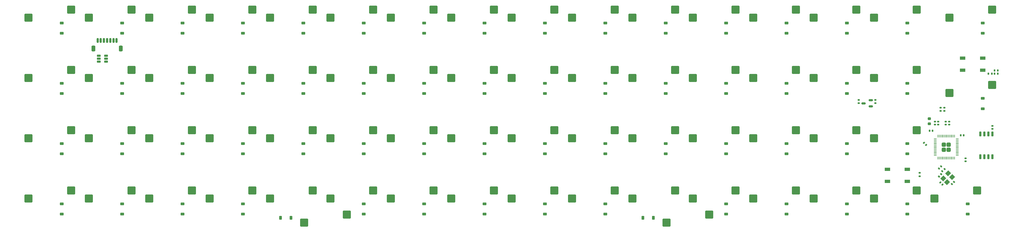
<source format=gbp>
G04 #@! TF.GenerationSoftware,KiCad,Pcbnew,8.0.2-1.fc39*
G04 #@! TF.CreationDate,2024-05-29T21:02:28-04:00*
G04 #@! TF.ProjectId,KeychronQ9OrthoIntegrated,4b657963-6872-46f6-9e51-394f7274686f,rev?*
G04 #@! TF.SameCoordinates,Original*
G04 #@! TF.FileFunction,Paste,Bot*
G04 #@! TF.FilePolarity,Positive*
%FSLAX46Y46*%
G04 Gerber Fmt 4.6, Leading zero omitted, Abs format (unit mm)*
G04 Created by KiCad (PCBNEW 8.0.2-1.fc39) date 2024-05-29 21:02:28*
%MOMM*%
%LPD*%
G01*
G04 APERTURE LIST*
G04 Aperture macros list*
%AMRoundRect*
0 Rectangle with rounded corners*
0 $1 Rounding radius*
0 $2 $3 $4 $5 $6 $7 $8 $9 X,Y pos of 4 corners*
0 Add a 4 corners polygon primitive as box body*
4,1,4,$2,$3,$4,$5,$6,$7,$8,$9,$2,$3,0*
0 Add four circle primitives for the rounded corners*
1,1,$1+$1,$2,$3*
1,1,$1+$1,$4,$5*
1,1,$1+$1,$6,$7*
1,1,$1+$1,$8,$9*
0 Add four rect primitives between the rounded corners*
20,1,$1+$1,$2,$3,$4,$5,0*
20,1,$1+$1,$4,$5,$6,$7,0*
20,1,$1+$1,$6,$7,$8,$9,0*
20,1,$1+$1,$8,$9,$2,$3,0*%
%AMRotRect*
0 Rectangle, with rotation*
0 The origin of the aperture is its center*
0 $1 length*
0 $2 width*
0 $3 Rotation angle, in degrees counterclockwise*
0 Add horizontal line*
21,1,$1,$2,0,0,$3*%
G04 Aperture macros list end*
%ADD10RoundRect,0.140000X0.170000X-0.140000X0.170000X0.140000X-0.170000X0.140000X-0.170000X-0.140000X0*%
%ADD11RoundRect,0.250000X1.025000X1.000000X-1.025000X1.000000X-1.025000X-1.000000X1.025000X-1.000000X0*%
%ADD12RoundRect,0.225000X0.375000X-0.225000X0.375000X0.225000X-0.375000X0.225000X-0.375000X-0.225000X0*%
%ADD13RoundRect,0.150000X0.475000X0.150000X-0.475000X0.150000X-0.475000X-0.150000X0.475000X-0.150000X0*%
%ADD14RoundRect,0.225000X-0.225000X-0.375000X0.225000X-0.375000X0.225000X0.375000X-0.225000X0.375000X0*%
%ADD15RoundRect,0.135000X-0.135000X-0.185000X0.135000X-0.185000X0.135000X0.185000X-0.135000X0.185000X0*%
%ADD16RoundRect,0.135000X-0.185000X0.135000X-0.185000X-0.135000X0.185000X-0.135000X0.185000X0.135000X0*%
%ADD17RoundRect,0.140000X0.021213X-0.219203X0.219203X-0.021213X-0.021213X0.219203X-0.219203X0.021213X0*%
%ADD18RoundRect,0.140000X-0.140000X-0.170000X0.140000X-0.170000X0.140000X0.170000X-0.140000X0.170000X0*%
%ADD19RoundRect,0.140000X-0.170000X0.140000X-0.170000X-0.140000X0.170000X-0.140000X0.170000X0.140000X0*%
%ADD20R,1.700000X1.000000*%
%ADD21RoundRect,0.249999X0.395001X0.395001X-0.395001X0.395001X-0.395001X-0.395001X0.395001X-0.395001X0*%
%ADD22RoundRect,0.050000X0.387500X0.050000X-0.387500X0.050000X-0.387500X-0.050000X0.387500X-0.050000X0*%
%ADD23RoundRect,0.050000X0.050000X0.387500X-0.050000X0.387500X-0.050000X-0.387500X0.050000X-0.387500X0*%
%ADD24RoundRect,0.150000X0.512500X0.150000X-0.512500X0.150000X-0.512500X-0.150000X0.512500X-0.150000X0*%
%ADD25RoundRect,0.150000X-0.150000X-0.625000X0.150000X-0.625000X0.150000X0.625000X-0.150000X0.625000X0*%
%ADD26RoundRect,0.250000X-0.350000X-0.650000X0.350000X-0.650000X0.350000X0.650000X-0.350000X0.650000X0*%
%ADD27RoundRect,0.140000X-0.021213X0.219203X-0.219203X0.021213X0.021213X-0.219203X0.219203X-0.021213X0*%
%ADD28RoundRect,0.250000X-1.025000X-1.000000X1.025000X-1.000000X1.025000X1.000000X-1.025000X1.000000X0*%
%ADD29RoundRect,0.225000X-0.250000X0.225000X-0.250000X-0.225000X0.250000X-0.225000X0.250000X0.225000X0*%
%ADD30RotRect,1.400000X1.200000X45.000000*%
%ADD31RoundRect,0.150000X0.150000X-0.650000X0.150000X0.650000X-0.150000X0.650000X-0.150000X-0.650000X0*%
%ADD32RoundRect,0.140000X0.219203X0.021213X0.021213X0.219203X-0.219203X-0.021213X-0.021213X-0.219203X0*%
%ADD33RoundRect,0.140000X0.140000X0.170000X-0.140000X0.170000X-0.140000X-0.170000X0.140000X-0.170000X0*%
%ADD34RoundRect,0.135000X0.035355X-0.226274X0.226274X-0.035355X-0.035355X0.226274X-0.226274X0.035355X0*%
G04 APERTURE END LIST*
D10*
G04 #@! TO.C,C2*
X285154448Y-49884600D03*
X285154448Y-48924600D03*
G04 #@! TD*
D11*
G04 #@! TO.C,MX54*
X113290000Y-80010000D03*
X126740000Y-77470000D03*
G04 #@! TD*
G04 #@! TO.C,MX9*
X170440000Y-22860000D03*
X183890000Y-20320000D03*
G04 #@! TD*
D12*
G04 #@! TO.C,D6*
X123825000Y-27843750D03*
X123825000Y-24543750D03*
G04 #@! TD*
G04 #@! TO.C,D56*
X161925000Y-84993750D03*
X161925000Y-81693750D03*
G04 #@! TD*
D11*
G04 #@! TO.C,MX37*
X94240000Y-60960000D03*
X107690000Y-58420000D03*
G04 #@! TD*
D13*
G04 #@! TO.C,U2*
X42549184Y-34917548D03*
X42549183Y-35867548D03*
X42549184Y-36817548D03*
X40199184Y-36817548D03*
X40199185Y-35867548D03*
X40199184Y-34917548D03*
G04 #@! TD*
D12*
G04 #@! TO.C,D43*
X219075000Y-65943750D03*
X219075000Y-62643750D03*
G04 #@! TD*
D11*
G04 #@! TO.C,MX20*
X75190000Y-41910000D03*
X88640000Y-39370000D03*
G04 #@! TD*
D12*
G04 #@! TO.C,D1*
X28575000Y-27843750D03*
X28575000Y-24543750D03*
G04 #@! TD*
G04 #@! TO.C,D3*
X66675000Y-27843750D03*
X66675000Y-24543750D03*
G04 #@! TD*
G04 #@! TO.C,D17*
X28575000Y-46893750D03*
X28575000Y-43593750D03*
G04 #@! TD*
G04 #@! TO.C,D11*
X219075000Y-27843750D03*
X219075000Y-24543750D03*
G04 #@! TD*
G04 #@! TO.C,D45*
X257175000Y-65943750D03*
X257175000Y-62643750D03*
G04 #@! TD*
D11*
G04 #@! TO.C,MX49*
X37090000Y-80010000D03*
X50540000Y-77470000D03*
G04 #@! TD*
D12*
G04 #@! TO.C,D64*
X295275000Y-84993750D03*
X295275000Y-81693750D03*
G04 #@! TD*
D11*
G04 #@! TO.C,MX36*
X75190000Y-60960000D03*
X88640000Y-58420000D03*
G04 #@! TD*
D12*
G04 #@! TO.C,D65*
X314325000Y-84993750D03*
X314325000Y-81693750D03*
G04 #@! TD*
D10*
G04 #@! TO.C,C1*
X279945468Y-49884600D03*
X279945468Y-48924600D03*
G04 #@! TD*
D11*
G04 #@! TO.C,MX16*
X308552500Y-22860000D03*
X322002500Y-20320000D03*
G04 #@! TD*
D12*
G04 #@! TO.C,D27*
X219075000Y-46893750D03*
X219075000Y-43593750D03*
G04 #@! TD*
D14*
G04 #@! TO.C,D59*
X211868750Y-86121875D03*
X215168750Y-86121875D03*
G04 #@! TD*
D11*
G04 #@! TO.C,MX5*
X94240000Y-22860000D03*
X107690000Y-20320000D03*
G04 #@! TD*
D15*
G04 #@! TO.C,R4*
X322800277Y-40574184D03*
X323820275Y-40574184D03*
G04 #@! TD*
D11*
G04 #@! TO.C,MX35*
X56140000Y-60960000D03*
X69590000Y-58420000D03*
G04 #@! TD*
D12*
G04 #@! TO.C,D44*
X238125000Y-65943750D03*
X238125000Y-62643750D03*
G04 #@! TD*
G04 #@! TO.C,D51*
X85725000Y-84993750D03*
X85725000Y-81693750D03*
G04 #@! TD*
G04 #@! TO.C,D22*
X123825000Y-46893750D03*
X123825000Y-43593750D03*
G04 #@! TD*
D11*
G04 #@! TO.C,MX59*
X208540000Y-80010000D03*
X221990000Y-77470000D03*
G04 #@! TD*
G04 #@! TO.C,MX30*
X265690000Y-41910000D03*
X279140000Y-39370000D03*
G04 #@! TD*
G04 #@! TO.C,MX44*
X227590000Y-60960000D03*
X241040000Y-58420000D03*
G04 #@! TD*
D16*
G04 #@! TO.C,R8*
X305748572Y-51375113D03*
X305748572Y-52395111D03*
G04 #@! TD*
D12*
G04 #@! TO.C,D13*
X257175000Y-27843750D03*
X257175000Y-24543750D03*
G04 #@! TD*
D11*
G04 #@! TO.C,MX50*
X56140000Y-80010000D03*
X69590000Y-77470000D03*
G04 #@! TD*
D12*
G04 #@! TO.C,D15*
X295275000Y-27843750D03*
X295275000Y-24543750D03*
G04 #@! TD*
D17*
G04 #@! TO.C,C10*
X309278689Y-75453148D03*
X309957511Y-74774326D03*
G04 #@! TD*
D11*
G04 #@! TO.C,MX56*
X151390000Y-80010000D03*
X164840000Y-77470000D03*
G04 #@! TD*
D12*
G04 #@! TO.C,D31*
X295275000Y-46893750D03*
X295275000Y-43593750D03*
G04 #@! TD*
G04 #@! TO.C,D41*
X180975000Y-65943750D03*
X180975000Y-62643750D03*
G04 #@! TD*
D11*
G04 #@! TO.C,MX47*
X284740000Y-60960000D03*
X298190000Y-58420000D03*
G04 #@! TD*
D16*
G04 #@! TO.C,R7*
X306939196Y-51375113D03*
X306939196Y-52395111D03*
G04 #@! TD*
D12*
G04 #@! TO.C,D62*
X257175000Y-84993750D03*
X257175000Y-81693750D03*
G04 #@! TD*
D18*
G04 #@! TO.C,C7*
X312114660Y-60070652D03*
X313074660Y-60070652D03*
G04 #@! TD*
D12*
G04 #@! TO.C,D29*
X257175000Y-46893750D03*
X257175000Y-43593750D03*
G04 #@! TD*
D11*
G04 #@! TO.C,MX42*
X189490000Y-60960000D03*
X202940000Y-58420000D03*
G04 #@! TD*
G04 #@! TO.C,MX1*
X18040000Y-22860000D03*
X31490000Y-20320000D03*
G04 #@! TD*
D12*
G04 #@! TO.C,D19*
X66675000Y-46893750D03*
X66675000Y-43593750D03*
G04 #@! TD*
D11*
G04 #@! TO.C,MX65*
X303790000Y-80010000D03*
X317240000Y-77470000D03*
G04 #@! TD*
G04 #@! TO.C,MX40*
X151390000Y-60960000D03*
X164840000Y-58420000D03*
G04 #@! TD*
D12*
G04 #@! TO.C,D30*
X276225000Y-46893750D03*
X276225000Y-43593750D03*
G04 #@! TD*
D19*
G04 #@! TO.C,C8*
X313636456Y-67329708D03*
X313636456Y-68289708D03*
G04 #@! TD*
D12*
G04 #@! TO.C,D12*
X238125000Y-27843750D03*
X238125000Y-24543750D03*
G04 #@! TD*
D10*
G04 #@! TO.C,C3*
X305004432Y-56681124D03*
X305004432Y-55721124D03*
G04 #@! TD*
D12*
G04 #@! TO.C,D7*
X142875000Y-27843750D03*
X142875000Y-24543750D03*
G04 #@! TD*
D11*
G04 #@! TO.C,MX28*
X227590000Y-41910000D03*
X241040000Y-39370000D03*
G04 #@! TD*
D12*
G04 #@! TO.C,D55*
X142875000Y-84993750D03*
X142875000Y-81693750D03*
G04 #@! TD*
G04 #@! TO.C,D38*
X123825000Y-65943750D03*
X123825000Y-62643750D03*
G04 #@! TD*
D11*
G04 #@! TO.C,MX63*
X265690000Y-80010000D03*
X279140000Y-77470000D03*
G04 #@! TD*
D12*
G04 #@! TO.C,D23*
X142875000Y-46893750D03*
X142875000Y-43593750D03*
G04 #@! TD*
G04 #@! TO.C,D18*
X47625000Y-46893750D03*
X47625000Y-43593750D03*
G04 #@! TD*
D15*
G04 #@! TO.C,R6*
X322800277Y-39532388D03*
X323820275Y-39532388D03*
G04 #@! TD*
D11*
G04 #@! TO.C,MX19*
X56140000Y-41910000D03*
X69590000Y-39370000D03*
G04 #@! TD*
D20*
G04 #@! TO.C,RST1*
X295250000Y-70821032D03*
X288950000Y-70821032D03*
X295250000Y-74621032D03*
X288950000Y-74621032D03*
G04 #@! TD*
D11*
G04 #@! TO.C,MX51*
X75190000Y-80010000D03*
X88640000Y-77470000D03*
G04 #@! TD*
D21*
G04 #@! TO.C,U3*
X308334508Y-64591352D03*
X308334508Y-62991352D03*
X306734508Y-64591352D03*
X306734508Y-62991352D03*
D22*
X310972008Y-61191352D03*
X310972008Y-61591353D03*
X310972008Y-61991352D03*
X310972008Y-62391352D03*
X310972008Y-62791352D03*
X310972008Y-63191351D03*
X310972008Y-63591352D03*
X310972008Y-63991352D03*
X310972008Y-64391353D03*
X310972008Y-64791352D03*
X310972008Y-65191352D03*
X310972008Y-65591352D03*
X310972008Y-65991351D03*
X310972008Y-66391352D03*
D23*
X310134508Y-67228852D03*
X309734507Y-67228852D03*
X309334508Y-67228852D03*
X308934508Y-67228852D03*
X308534508Y-67228852D03*
X308134509Y-67228852D03*
X307734508Y-67228852D03*
X307334508Y-67228852D03*
X306934507Y-67228852D03*
X306534508Y-67228852D03*
X306134508Y-67228852D03*
X305734508Y-67228852D03*
X305334509Y-67228852D03*
X304934508Y-67228852D03*
D22*
X304097008Y-66391352D03*
X304097008Y-65991351D03*
X304097008Y-65591352D03*
X304097008Y-65191352D03*
X304097008Y-64791352D03*
X304097008Y-64391353D03*
X304097008Y-63991352D03*
X304097008Y-63591352D03*
X304097008Y-63191351D03*
X304097008Y-62791352D03*
X304097008Y-62391352D03*
X304097008Y-61991352D03*
X304097008Y-61591353D03*
X304097008Y-61191352D03*
D23*
X304934508Y-60353852D03*
X305334509Y-60353852D03*
X305734508Y-60353852D03*
X306134508Y-60353852D03*
X306534508Y-60353852D03*
X306934507Y-60353852D03*
X307334508Y-60353852D03*
X307734508Y-60353852D03*
X308134509Y-60353852D03*
X308534508Y-60353852D03*
X308934508Y-60353852D03*
X309334508Y-60353852D03*
X309734507Y-60353852D03*
X310134508Y-60353852D03*
G04 #@! TD*
D12*
G04 #@! TO.C,D21*
X104775000Y-46893750D03*
X104775000Y-43593750D03*
G04 #@! TD*
G04 #@! TO.C,D49*
X47625000Y-84993750D03*
X47625000Y-81693750D03*
G04 #@! TD*
D24*
G04 #@! TO.C,U1*
X283712500Y-49000349D03*
X283712500Y-50900347D03*
X281437500Y-49950348D03*
G04 #@! TD*
D14*
G04 #@! TO.C,D52*
X97568750Y-86121875D03*
X100868750Y-86121875D03*
G04 #@! TD*
D11*
G04 #@! TO.C,MX31*
X284740000Y-41910000D03*
X298190000Y-39370000D03*
G04 #@! TD*
D12*
G04 #@! TO.C,D4*
X85725000Y-27843750D03*
X85725000Y-24543750D03*
G04 #@! TD*
D11*
G04 #@! TO.C,MX10*
X189490000Y-22860000D03*
X202940000Y-20320000D03*
G04 #@! TD*
D12*
G04 #@! TO.C,D50*
X66675000Y-84993750D03*
X66675000Y-81693750D03*
G04 #@! TD*
D11*
G04 #@! TO.C,MX12*
X227590000Y-22860000D03*
X241040000Y-20320000D03*
G04 #@! TD*
G04 #@! TO.C,MX23*
X132340000Y-41910000D03*
X145790000Y-39370000D03*
G04 #@! TD*
G04 #@! TO.C,MX17*
X18040000Y-41910000D03*
X31490000Y-39370000D03*
G04 #@! TD*
D25*
G04 #@! TO.C,J1*
X39862464Y-30077708D03*
X40862464Y-30077708D03*
X41862464Y-30077708D03*
X42862464Y-30077709D03*
X43862464Y-30077708D03*
X44862464Y-30077708D03*
X45862464Y-30077708D03*
D26*
X38562464Y-32602708D03*
X47162464Y-32602708D03*
G04 #@! TD*
D11*
G04 #@! TO.C,MX24*
X151390000Y-41910000D03*
X164840000Y-39370000D03*
G04 #@! TD*
D12*
G04 #@! TO.C,D61*
X238125000Y-84993750D03*
X238125000Y-81693750D03*
G04 #@! TD*
G04 #@! TO.C,D35*
X66675000Y-65943750D03*
X66675000Y-62643750D03*
G04 #@! TD*
D27*
G04 #@! TO.C,C13*
X306302129Y-71434792D03*
X306980951Y-70755970D03*
G04 #@! TD*
D12*
G04 #@! TO.C,D32*
X319087500Y-51656250D03*
X319087500Y-48356250D03*
G04 #@! TD*
D11*
G04 #@! TO.C,MX27*
X208540000Y-41910000D03*
X221990000Y-39370000D03*
G04 #@! TD*
G04 #@! TO.C,MX26*
X189490000Y-41910000D03*
X202940000Y-39370000D03*
G04 #@! TD*
D12*
G04 #@! TO.C,D48*
X28575000Y-84993750D03*
X28575000Y-81693750D03*
G04 #@! TD*
G04 #@! TO.C,D26*
X200025000Y-46893750D03*
X200025000Y-43593750D03*
G04 #@! TD*
D11*
G04 #@! TO.C,MX13*
X246640000Y-22860000D03*
X260090000Y-20320000D03*
G04 #@! TD*
D28*
G04 #@! TO.C,MX53*
X118485000Y-85090000D03*
X105035000Y-87630000D03*
G04 #@! TD*
D29*
G04 #@! TO.C,C5*
X302176700Y-54830812D03*
X302176700Y-56380812D03*
G04 #@! TD*
D12*
G04 #@! TO.C,D39*
X142875000Y-65943750D03*
X142875000Y-62643750D03*
G04 #@! TD*
D30*
G04 #@! TO.C,Y1*
X307804215Y-74855487D03*
X309359850Y-73299852D03*
X308157769Y-72097771D03*
X306602134Y-73653406D03*
G04 #@! TD*
D11*
G04 #@! TO.C,MX62*
X246640000Y-80010000D03*
X260090000Y-77470000D03*
G04 #@! TD*
D10*
G04 #@! TO.C,C16*
X308427476Y-56681124D03*
X308427476Y-55721124D03*
G04 #@! TD*
D11*
G04 #@! TO.C,MX4*
X75190000Y-22860000D03*
X88640000Y-20320000D03*
G04 #@! TD*
G04 #@! TO.C,MX43*
X208540000Y-60960000D03*
X221990000Y-58420000D03*
G04 #@! TD*
G04 #@! TO.C,MX52*
X94240000Y-80010000D03*
X107690000Y-77470000D03*
G04 #@! TD*
G04 #@! TO.C,MX41*
X170440000Y-60960000D03*
X183890000Y-58420000D03*
G04 #@! TD*
D12*
G04 #@! TO.C,D9*
X180975000Y-27843750D03*
X180975000Y-24543750D03*
G04 #@! TD*
D11*
G04 #@! TO.C,MX15*
X284740000Y-22860000D03*
X298190000Y-20320000D03*
G04 #@! TD*
D10*
G04 #@! TO.C,C11*
X322119652Y-57060576D03*
X322119652Y-58020576D03*
G04 #@! TD*
D11*
G04 #@! TO.C,MX57*
X170440000Y-80010000D03*
X183890000Y-77470000D03*
G04 #@! TD*
D12*
G04 #@! TO.C,D58*
X200025000Y-84993750D03*
X200025000Y-81693750D03*
G04 #@! TD*
D11*
G04 #@! TO.C,MX38*
X113290000Y-60960000D03*
X126740000Y-58420000D03*
G04 #@! TD*
D12*
G04 #@! TO.C,D37*
X104775000Y-65943750D03*
X104775000Y-62643750D03*
G04 #@! TD*
G04 #@! TO.C,D40*
X161925000Y-65943750D03*
X161925000Y-62643750D03*
G04 #@! TD*
D11*
G04 #@! TO.C,MX14*
X265690000Y-22860000D03*
X279140000Y-20320000D03*
G04 #@! TD*
D15*
G04 #@! TO.C,R3*
X320865513Y-40574184D03*
X321885511Y-40574184D03*
G04 #@! TD*
D11*
G04 #@! TO.C,MX11*
X208540000Y-22860000D03*
X221990000Y-20320000D03*
G04 #@! TD*
D31*
G04 #@! TO.C,U4*
X322089888Y-59596040D03*
X320819888Y-59596040D03*
X319549888Y-59596040D03*
X318279888Y-59596040D03*
X318279888Y-66796040D03*
X319549888Y-66796040D03*
X320819888Y-66796040D03*
X322089888Y-66796040D03*
G04 #@! TD*
D11*
G04 #@! TO.C,MX48*
X18040000Y-80010000D03*
X31490000Y-77470000D03*
G04 #@! TD*
D12*
G04 #@! TO.C,D42*
X200025000Y-65943750D03*
X200025000Y-62643750D03*
G04 #@! TD*
G04 #@! TO.C,D14*
X276225000Y-27843750D03*
X276225000Y-24543750D03*
G04 #@! TD*
D11*
G04 #@! TO.C,MX21*
X94240000Y-41910000D03*
X107690000Y-39370000D03*
G04 #@! TD*
G04 #@! TO.C,MX25*
X170440000Y-41910000D03*
X183890000Y-39370000D03*
G04 #@! TD*
D12*
G04 #@! TO.C,D28*
X238125000Y-46893750D03*
X238125000Y-43593750D03*
G04 #@! TD*
G04 #@! TO.C,D10*
X200025000Y-27843750D03*
X200025000Y-24543750D03*
G04 #@! TD*
D11*
G04 #@! TO.C,MX32*
X308552500Y-46672500D03*
X322002500Y-44132500D03*
G04 #@! TD*
D32*
G04 #@! TO.C,C12*
X306385639Y-75601976D03*
X305706817Y-74923154D03*
G04 #@! TD*
D11*
G04 #@! TO.C,MX22*
X113290000Y-41910000D03*
X126740000Y-39370000D03*
G04 #@! TD*
D12*
G04 #@! TO.C,D54*
X123825000Y-84993750D03*
X123825000Y-81693750D03*
G04 #@! TD*
G04 #@! TO.C,D16*
X319087500Y-27843750D03*
X319087500Y-24543750D03*
G04 #@! TD*
D11*
G04 #@! TO.C,MX46*
X265690000Y-60960000D03*
X279140000Y-58420000D03*
G04 #@! TD*
D12*
G04 #@! TO.C,D36*
X85725000Y-65943750D03*
X85725000Y-62643750D03*
G04 #@! TD*
G04 #@! TO.C,D33*
X28575000Y-65943750D03*
X28575000Y-62643750D03*
G04 #@! TD*
D11*
G04 #@! TO.C,MX39*
X132340000Y-60960000D03*
X145790000Y-58420000D03*
G04 #@! TD*
D12*
G04 #@! TO.C,D63*
X276225000Y-84993750D03*
X276225000Y-81693750D03*
G04 #@! TD*
D20*
G04 #@! TO.C,BOOT1*
X319018876Y-35697624D03*
X312718876Y-35697624D03*
X319018876Y-39497624D03*
X312718876Y-39497624D03*
G04 #@! TD*
D27*
G04 #@! TO.C,C4*
X305260333Y-70530367D03*
X305939155Y-69851545D03*
G04 #@! TD*
D11*
G04 #@! TO.C,MX29*
X246640000Y-41910000D03*
X260090000Y-39370000D03*
G04 #@! TD*
G04 #@! TO.C,MX61*
X227590000Y-80010000D03*
X241040000Y-77470000D03*
G04 #@! TD*
G04 #@! TO.C,MX33*
X18040000Y-60960000D03*
X31490000Y-58420000D03*
G04 #@! TD*
D12*
G04 #@! TO.C,D2*
X47625000Y-27843750D03*
X47625000Y-24543750D03*
G04 #@! TD*
D11*
G04 #@! TO.C,MX34*
X37090000Y-60960000D03*
X50540000Y-58420000D03*
G04 #@! TD*
D10*
G04 #@! TO.C,C14*
X303962636Y-56681124D03*
X303962636Y-55721124D03*
G04 #@! TD*
D12*
G04 #@! TO.C,D46*
X276225000Y-65943750D03*
X276225000Y-62643750D03*
G04 #@! TD*
G04 #@! TO.C,D25*
X180975000Y-46893750D03*
X180975000Y-43593750D03*
G04 #@! TD*
G04 #@! TO.C,D47*
X295275000Y-65943750D03*
X295275000Y-62643750D03*
G04 #@! TD*
D11*
G04 #@! TO.C,MX45*
X246640000Y-60960000D03*
X260090000Y-58420000D03*
G04 #@! TD*
D12*
G04 #@! TO.C,D57*
X180975000Y-84993750D03*
X180975000Y-81693750D03*
G04 #@! TD*
D16*
G04 #@! TO.C,R5*
X299144280Y-71954385D03*
X299144280Y-72974383D03*
G04 #@! TD*
D11*
G04 #@! TO.C,MX64*
X284740000Y-80010000D03*
X298190000Y-77470000D03*
G04 #@! TD*
G04 #@! TO.C,MX18*
X37090000Y-41910000D03*
X50540000Y-39370000D03*
G04 #@! TD*
D12*
G04 #@! TO.C,D8*
X161925000Y-27843750D03*
X161925000Y-24543750D03*
G04 #@! TD*
D32*
G04 #@! TO.C,C9*
X301176659Y-63088967D03*
X300497837Y-62410145D03*
G04 #@! TD*
D10*
G04 #@! TO.C,C15*
X307385680Y-56681124D03*
X307385680Y-55721124D03*
G04 #@! TD*
D12*
G04 #@! TO.C,D24*
X161925000Y-46893750D03*
X161925000Y-43593750D03*
G04 #@! TD*
D11*
G04 #@! TO.C,MX55*
X132340000Y-80010000D03*
X145790000Y-77470000D03*
G04 #@! TD*
D28*
G04 #@! TO.C,MX60*
X232785000Y-85090000D03*
X219335000Y-87630000D03*
G04 #@! TD*
D33*
G04 #@! TO.C,C6*
X303252012Y-58582372D03*
X302292012Y-58582372D03*
G04 #@! TD*
D12*
G04 #@! TO.C,D34*
X47625000Y-65943750D03*
X47625000Y-62643750D03*
G04 #@! TD*
D11*
G04 #@! TO.C,MX2*
X37090000Y-22860000D03*
X50540000Y-20320000D03*
G04 #@! TD*
G04 #@! TO.C,MX58*
X189490000Y-80010000D03*
X202940000Y-77470000D03*
G04 #@! TD*
G04 #@! TO.C,MX6*
X113290000Y-22860000D03*
X126740000Y-20320000D03*
G04 #@! TD*
D12*
G04 #@! TO.C,D20*
X85725000Y-46893750D03*
X85725000Y-43593750D03*
G04 #@! TD*
D11*
G04 #@! TO.C,MX8*
X151390000Y-22860000D03*
X164840000Y-20320000D03*
G04 #@! TD*
D34*
G04 #@! TO.C,R9*
X305960368Y-72371865D03*
X305239120Y-73093113D03*
G04 #@! TD*
D11*
G04 #@! TO.C,MX7*
X132340000Y-22860000D03*
X145790000Y-20320000D03*
G04 #@! TD*
G04 #@! TO.C,MX3*
X56140000Y-22860000D03*
X69590000Y-20320000D03*
G04 #@! TD*
D12*
G04 #@! TO.C,D5*
X104775000Y-27843750D03*
X104775000Y-24543750D03*
G04 #@! TD*
M02*

</source>
